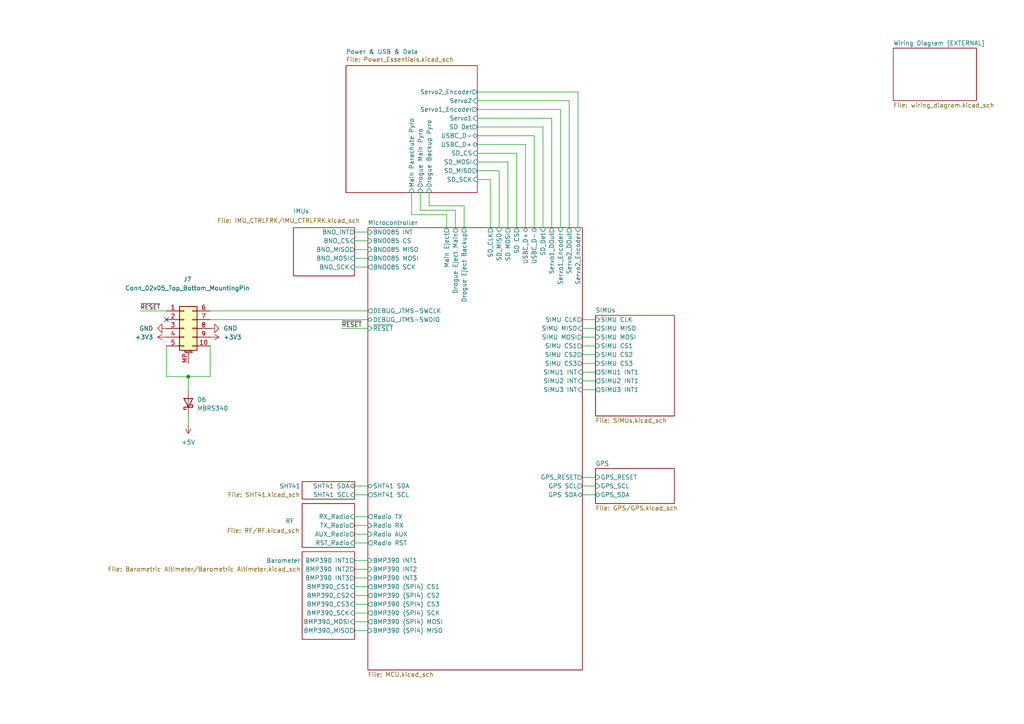
<source format=kicad_sch>
(kicad_sch (version 20250114) (generator "eeschema") (generator_version "9.0")
  (paper "A4")
  (lib_symbols
    (symbol "Connector_Generic_MountingPin:Conn_02x05_Top_Bottom_MountingPin" (pin_names (offset 1.016) (hide yes))
      (property "Reference" "J" (at 1.27 7.62 0))
      (property "Value" "Conn_02x05_Top_Bottom_MountingPin" (at 2.54 -7.62 0))
      (symbol "Conn_02x05_Top_Bottom_MountingPin_1_1"
        (rectangle (start -1.27 6.35) (end 3.81 -6.35) (stroke (width 0.254)) (fill (type background)))
        (rectangle (start -1.27 5.207) (end 0 4.953) (stroke (width 0.1524)))
        (rectangle (start -1.27 2.667) (end 0 2.413) (stroke (width 0.1524)))
        (rectangle (start -1.27 0.127) (end 0 -0.127) (stroke (width 0.1524)))
        (rectangle (start -1.27 -2.413) (end 0 -2.667) (stroke (width 0.1524)))
        (rectangle (start -1.27 -4.953) (end 0 -5.207) (stroke (width 0.1524)))
        (polyline (pts (xy 0.254 -7.112) (xy 2.286 -7.112)) (stroke (width 0.1524)))
        (rectangle (start 3.81 5.207) (end 2.54 4.953) (stroke (width 0.1524)))
        (rectangle (start 3.81 2.667) (end 2.54 2.413) (stroke (width 0.1524)))
        (rectangle (start 3.81 0.127) (end 2.54 -0.127) (stroke (width 0.1524)))
        (rectangle (start 3.81 -2.413) (end 2.54 -2.667) (stroke (width 0.1524)))
        (rectangle (start 3.81 -4.953) (end 2.54 -5.207) (stroke (width 0.1524)))
        (text "Mounting" (at 1.27 -6.731 0) (effects (font (size 0.381 0.381))))
        (pin passive line (at -5.08 5.08 0) (length 3.81) (name "Pin_1") (number "1"))
        (pin passive line (at -5.08 2.54 0) (length 3.81) (name "Pin_2") (number "2"))
        (pin passive line (at -5.08 0 0) (length 3.81) (name "Pin_3") (number "3"))
        (pin passive line (at -5.08 -2.54 0) (length 3.81) (name "Pin_4") (number "4"))
        (pin passive line (at -5.08 -5.08 0) (length 3.81) (name "Pin_5") (number "5"))
        (pin passive line (at 1.27 -10.16 90) (length 3.048) (name "MountPin") (number "MP"))
        (pin passive line (at 7.62 5.08 180) (length 3.81) (name "Pin_6") (number "6"))
        (pin passive line (at 7.62 2.54 180) (length 3.81) (name "Pin_7") (number "7"))
        (pin passive line (at 7.62 0 180) (length 3.81) (name "Pin_8") (number "8"))
        (pin passive line (at 7.62 -2.54 180) (length 3.81) (name "Pin_9") (number "9"))
        (pin passive line (at 7.62 -5.08 180) (length 3.81) (name "Pin_10") (number "10"))
      )
    )
    (symbol "Diode:MBRS340" (pin_numbers (hide yes)) (pin_names (offset 1.016) (hide yes))
      (property "Reference" "D" (at 0 2.54 0))
      (property "Value" "MBRS340" (at 0 -2.54 0))
      (symbol "MBRS340_0_1"
        (polyline (pts (xy -1.905 0.635) (xy -1.905 1.27) (xy -1.27 1.27) (xy -1.27 -1.27) (xy -0.635 -1.27) (xy -0.635 -0.635)) (stroke (width 0.254)))
        (polyline (pts (xy 1.27 1.27) (xy 1.27 -1.27) (xy -1.27 0) (xy 1.27 1.27)) (stroke (width 0.254)))
        (polyline (pts (xy 1.27 0) (xy -1.27 0)))
      )
      (symbol "MBRS340_1_1"
        (pin passive line (at -3.81 0 0) (length 2.54) (name "K") (number "1"))
        (pin passive line (at 3.81 0 180) (length 2.54) (name "A") (number "2"))
      )
    )
    (symbol "power:+3V3" (power) (pin_numbers (hide yes)) (pin_names (offset 0) (hide yes))
      (property "Value" "+3V3" (at 0 3.556 0))
      (symbol "+3V3_0_1"
        (polyline (pts (xy -0.762 1.27) (xy 0 2.54)))
        (polyline (pts (xy 0 2.54) (xy 0.762 1.27)))
        (polyline (pts (xy 0 0) (xy 0 2.54)))
      )
      (symbol "+3V3_1_1"
        (pin power_in line (at 0 0 90) (length 0) (name "~") (number "1"))
      )
    )
    (symbol "power:+5V" (power) (pin_numbers (hide yes)) (pin_names (offset 0) (hide yes))
      (property "Value" "+5V" (at 0 3.556 0))
      (symbol "+5V_0_1"
        (polyline (pts (xy -0.762 1.27) (xy 0 2.54)))
        (polyline (pts (xy 0 2.54) (xy 0.762 1.27)))
        (polyline (pts (xy 0 0) (xy 0 2.54)))
      )
      (symbol "+5V_1_1"
        (pin power_in line (at 0 0 90) (length 0) (name "~") (number "1"))
      )
    )
    (symbol "power:GND" (power) (pin_numbers (hide yes)) (pin_names (offset 0) (hide yes))
      (property "Value" "GND" (at 0 -3.81 0))
      (symbol "GND_0_1"
        (polyline (pts (xy 0 0) (xy 0 -1.27) (xy 1.27 -1.27) (xy 0 -2.54) (xy -1.27 -1.27) (xy 0 -1.27)))
      )
      (symbol "GND_1_1"
        (pin power_in line (at 0 0 270) (length 0) (name "~") (number "1"))
      )
    )
  )
  (junction (at 54.61 109.22))
  (no_connect (at 48.26 92.71))
  (wire (pts (xy 168.91 97.79) (xy 172.72 97.79)))
  (wire (pts (xy 102.87 177.8) (xy 106.68 177.8)))
  (wire (pts (xy 102.87 175.26) (xy 106.68 175.26)))
  (wire (pts (xy 138.43 46.99) (xy 147.32 46.99)))
  (wire (pts (xy 157.48 66.04) (xy 157.48 36.83)))
  (wire (pts (xy 102.87 149.86) (xy 106.68 149.86)))
  (wire (pts (xy 124.46 55.88) (xy 124.46 59.69)))
  (wire (pts (xy 121.92 60.96) (xy 132.08 60.96)))
  (wire (pts (xy 102.87 140.97) (xy 106.68 140.97)))
  (wire (pts (xy 102.87 152.4) (xy 106.68 152.4)))
  (wire (pts (xy 162.56 31.75) (xy 138.43 31.75)))
  (wire (pts (xy 138.43 44.45) (xy 149.86 44.45)))
  (wire (pts (xy 167.64 26.67) (xy 138.43 26.67)))
  (wire (pts (xy 168.91 107.95) (xy 172.72 107.95)))
  (wire (pts (xy 149.86 44.45) (xy 149.86 66.04)))
  (wire (pts (xy 138.43 52.07) (xy 142.24 52.07)))
  (wire (pts (xy 102.87 69.85) (xy 106.68 69.85)))
  (wire (pts (xy 138.43 49.53) (xy 144.78 49.53)))
  (wire (pts (xy 168.91 92.71) (xy 172.72 92.71)))
  (wire (pts (xy 102.87 72.39) (xy 106.68 72.39)))
  (wire (pts (xy 54.61 120.65) (xy 54.61 123.19)))
  (wire (pts (xy 168.91 105.41) (xy 172.72 105.41)))
  (wire (pts (xy 165.1 29.21) (xy 138.43 29.21)))
  (wire (pts (xy 48.26 100.33) (xy 48.26 109.22)))
  (wire (pts (xy 102.87 180.34) (xy 106.68 180.34)))
  (wire (pts (xy 160.02 34.29) (xy 160.02 66.04)))
  (wire (pts (xy 121.92 55.88) (xy 121.92 60.96)))
  (wire (pts (xy 60.96 92.71) (xy 106.68 92.71)))
  (wire (pts (xy 102.87 67.31) (xy 106.68 67.31)))
  (wire (pts (xy 168.91 95.25) (xy 172.72 95.25)))
  (wire (pts (xy 102.87 157.48) (xy 106.68 157.48)))
  (wire (pts (xy 102.87 172.72) (xy 106.68 172.72)))
  (wire (pts (xy 157.48 36.83) (xy 138.43 36.83)))
  (wire (pts (xy 168.91 113.03) (xy 172.72 113.03)))
  (wire (pts (xy 168.91 143.51) (xy 172.72 143.51)))
  (wire (pts (xy 99.06 95.25) (xy 106.68 95.25)))
  (wire (pts (xy 119.38 62.23) (xy 129.54 62.23)))
  (wire (pts (xy 168.91 102.87) (xy 172.72 102.87)))
  (wire (pts (xy 102.87 167.64) (xy 106.68 167.64)))
  (wire (pts (xy 124.46 59.69) (xy 134.62 59.69)))
  (wire (pts (xy 168.91 138.43) (xy 172.72 138.43)))
  (wire (pts (xy 147.32 46.99) (xy 147.32 66.04)))
  (wire (pts (xy 138.43 39.37) (xy 154.94 39.37)))
  (wire (pts (xy 132.08 60.96) (xy 132.08 66.04)))
  (wire (pts (xy 134.62 59.69) (xy 134.62 66.04)))
  (wire (pts (xy 168.91 140.97) (xy 172.72 140.97)))
  (wire (pts (xy 129.54 62.23) (xy 129.54 66.04)))
  (wire (pts (xy 40.64 90.17) (xy 48.26 90.17)))
  (wire (pts (xy 102.87 170.18) (xy 106.68 170.18)))
  (wire (pts (xy 142.24 52.07) (xy 142.24 66.04)))
  (wire (pts (xy 60.96 90.17) (xy 106.68 90.17)))
  (wire (pts (xy 167.64 66.04) (xy 167.64 26.67)))
  (wire (pts (xy 102.87 77.47) (xy 106.68 77.47)))
  (wire (pts (xy 162.56 66.04) (xy 162.56 31.75)))
  (wire (pts (xy 54.61 109.22) (xy 54.61 113.03)))
  (wire (pts (xy 138.43 41.91) (xy 152.4 41.91)))
  (wire (pts (xy 144.78 49.53) (xy 144.78 66.04)))
  (wire (pts (xy 102.87 74.93) (xy 106.68 74.93)))
  (wire (pts (xy 152.4 66.04) (xy 152.4 41.91)))
  (wire (pts (xy 60.96 100.33) (xy 60.96 109.22)))
  (wire (pts (xy 102.87 143.51) (xy 106.68 143.51)))
  (wire (pts (xy 154.94 39.37) (xy 154.94 66.04)))
  (wire (pts (xy 102.87 162.56) (xy 106.68 162.56)))
  (wire (pts (xy 102.87 165.1) (xy 106.68 165.1)))
  (wire (pts (xy 54.61 109.22) (xy 60.96 109.22)))
  (wire (pts (xy 165.1 66.04) (xy 165.1 29.21)))
  (wire (pts (xy 119.38 55.88) (xy 119.38 62.23)))
  (wire (pts (xy 102.87 154.94) (xy 106.68 154.94)))
  (wire (pts (xy 102.87 182.88) (xy 106.68 182.88)))
  (wire (pts (xy 48.26 109.22) (xy 54.61 109.22)))
  (wire (pts (xy 168.91 110.49) (xy 172.72 110.49)))
  (wire (pts (xy 138.43 34.29) (xy 160.02 34.29)))
  (wire (pts (xy 168.91 100.33) (xy 172.72 100.33)))
  (label "~{RESET}" (at 99.06 95.25 0))
  (label "~{RESET}" (at 40.64 90.17 0))
  (symbol (lib_id "power:GND") (at 48.26 95.25 270) (mirror x) (unit 1)
    (property "Reference" "#PWR072" (effects (hide yes)))
    (property "Value" "GND" (at 44.45 95.2499 90) (effects (justify right)))
    (property "Description" "Power symbol creates a global label with name \"GND\" , ground" (effects (hide yes)))
  )
  (symbol (lib_id "power:+3V3") (at 60.96 97.79 270) (unit 1)
    (property "Reference" "#PWR069" (effects (hide yes)))
    (property "Value" "+3V3" (at 64.77 97.7899 90) (effects (justify left)))
    (property "Description" "Power symbol creates a global label with name \"+3V3\"" (effects (hide yes)))
  )
  (symbol (lib_id "power:+3V3") (at 48.26 97.79 90) (mirror x) (unit 1)
    (property "Reference" "#PWR070" (effects (hide yes)))
    (property "Value" "+3V3" (at 44.45 97.7899 90) (effects (justify left)))
    (property "Description" "Power symbol creates a global label with name \"+3V3\"" (effects (hide yes)))
  )
  (symbol (lib_id "power:GND") (at 60.96 95.25 90) (unit 1)
    (property "Reference" "#PWR071" (effects (hide yes)))
    (property "Value" "GND" (at 64.77 95.2499 90) (effects (justify right)))
    (property "Description" "Power symbol creates a global label with name \"GND\" , ground" (effects (hide yes)))
  )
  (symbol (lib_id "power:+5V") (at 54.61 123.19 0) (mirror x) (unit 1)
    (property "Reference" "#PWR050" (effects (hide yes)))
    (property "Value" "+5V" (at 54.61 128.27 0))
    (property "Description" "Power symbol creates a global label with name \"+5V\"" (effects (hide yes)))
  )
  (symbol (lib_id "Diode:MBRS340") (at 54.61 116.84 90) (unit 1)
    (property "Reference" "D6" (at 57.15 115.8874 90) (effects (justify right)))
    (property "Value" "MBRS340" (at 57.15 118.4274 90) (effects (justify right)))
    (property "Footprint" "Diode_SMD:D_SMC" (effects (hide yes)))
    (property "Datasheet" "https://www.onsemi.com/download/data-sheet/pdf/mbrs340t3-d.pdf" (effects (hide yes)))
    (property "Description" "40V 3A Schottky Barrier Rectifier Diode, SMC (DO-214AB)" (effects (hide yes)))
  )
  (symbol (lib_id "Connector_Generic_MountingPin:Conn_02x05_Top_Bottom_MountingPin") (at 53.34 95.25 0) (unit 1)
    (property "Reference" "J7" (at 54.356 81.026 0))
    (property "Value" "Conn_02x05_Top_Bottom_MountingPin" (at 54.356 83.566 0))
    (property "Footprint" "Connector_IDC:IDC-Header_2x05_P2.54mm_Horizontal" (effects (hide yes)))
    (property "Description" "Generic connectable mounting pin connector, double row, 02x05, top/bottom pin numbering scheme (row 1: 1...pins_per_row, row2: pins_per_row+1 ... num_pins), script generated (kicad-library-utils/schlib/autogen/connector/)" (effects (hide yes)))
  )
  (sheet (at 100.33 19.05) (size 38.1 36.83) (stroke (width 0.1524))
    (property "Sheetname" "Power & USB & Data" (at 100.33 15.748 0) (effects (justify left bottom)))
    (property "Sheetfile" "Power_Essentials.kicad_sch" (at 100.33 16.51 0) (effects (justify left top)))
    (pin "USBC_D+" bidirectional (at 138.43 41.91 0))
    (pin "USBC_D-" bidirectional (at 138.43 39.37 0))
    (pin "SD_CS" input (at 138.43 44.45 0))
    (pin "SD_MISO" output (at 138.43 49.53 0))
    (pin "SD_MOSI" input (at 138.43 46.99 0))
    (pin "SD_SCK" input (at 138.43 52.07 0))
    (pin "Drogue Backup Pyro" input (at 124.46 55.88 270))
    (pin "Drogue Main Pyro" input (at 121.92 55.88 270))
    (pin "Main Parachute Pyro" input (at 119.38 55.88 270))
    (pin "SD Det" output (at 138.43 36.83 0))
    (pin "Servo1" input (at 138.43 34.29 0))
    (pin "Servo1_Encoder" output (at 138.43 31.75 0))
    (pin "Servo2" input (at 138.43 29.21 0))
    (pin "Servo2_Encoder" output (at 138.43 26.67 0))
  )
  (sheet (at 106.68 66.04) (size 62.23 128.27) (stroke (width 0.1524))
    (property "Sheetname" "Microcontroller" (at 106.68 65.3284 0) (effects (justify left bottom)))
    (property "Sheetfile" "MCU.kicad_sch" (at 106.68 194.8946 0) (effects (justify left top)))
    (pin "SD_CLK" output (at 142.24 66.04 90))
    (pin "SD_MISO" input (at 144.78 66.04 90))
    (pin "USBC_D-" bidirectional (at 154.94 66.04 90))
    (pin "USBC_D+" bidirectional (at 152.4 66.04 90))
    (pin "GPS_RESET" output (at 168.91 138.43 0))
    (pin "BMP390 (SPI4) CS1" output (at 106.68 170.18 180))
    (pin "BMP390 (SPI4) CS2" output (at 106.68 172.72 180))
    (pin "BMP390 (SPI4) CS3" output (at 106.68 175.26 180))
    (pin "BNO085 CS" input (at 106.68 69.85 180))
    (pin "BNO085 SCK" output (at 106.68 77.47 180))
    (pin "GPS SCL" output (at 168.91 140.97 0))
    (pin "GPS SDA" bidirectional (at 168.91 143.51 0))
    (pin "Radio RX" input (at 106.68 152.4 180))
    (pin "Radio TX" output (at 106.68 149.86 180))
    (pin "Drogue Eject Backup" output (at 134.62 66.04 90))
    (pin "Drogue Eject Main" output (at 132.08 66.04 90))
    (pin "Main Eject" output (at 129.54 66.04 90))
    (pin "BMP390 (SPI4) MISO" input (at 106.68 182.88 180))
    (pin "BMP390 (SPI4) MOSI" output (at 106.68 180.34 180))
    (pin "BMP390 (SPI4) SCK" output (at 106.68 177.8 180))
    (pin "BNO085 INT" input (at 106.68 67.31 180))
    (pin "Radio AUX" input (at 106.68 154.94 180))
    (pin "Radio RST" output (at 106.68 157.48 180))
    (pin "SD CS" output (at 149.86 66.04 90))
    (pin "SD MOSI" output (at 147.32 66.04 90))
    (pin "SHT41 SCL" output (at 106.68 143.51 180))
    (pin "SHT41 SDA" bidirectional (at 106.68 140.97 180))
    (pin "SIMU CLK" output (at 168.91 92.71 0))
    (pin "SIMU CS1" output (at 168.91 100.33 0))
    (pin "SIMU CS2" output (at 168.91 102.87 0))
    (pin "SIMU CS3" output (at 168.91 105.41 0))
    (pin "SIMU MISO" input (at 168.91 95.25 0))
    (pin "SIMU MOSI" output (at 168.91 97.79 0))
    (pin "SIMU1 INT" input (at 168.91 107.95 0))
    (pin "SIMU2 INT" input (at 168.91 110.49 0))
    (pin "SIMU3 INT" input (at 168.91 113.03 0))
    (pin "BNO085 MISO" input (at 106.68 72.39 180))
    (pin "BMP390 INT1" input (at 106.68 162.56 180))
    (pin "BMP390 INT2" input (at 106.68 165.1 180))
    (pin "BMP390 INT3" input (at 106.68 167.64 180))
    (pin "SD_Det" input (at 157.48 66.04 90))
    (pin "Servo1_DOut" output (at 160.02 66.04 90))
    (pin "Servo1_Encoder" input (at 162.56 66.04 90))
    (pin "Servo2_DOut" output (at 165.1 66.04 90))
    (pin "Servo2_Encoder" input (at 167.64 66.04 90))
    (pin "BNO085 MOSI" output (at 106.68 74.93 180))
    (pin "DEBUG_JTMS-SWCLK" output (at 106.68 90.17 180))
    (pin "DEBUG_JTMS-SWDIO" bidirectional (at 106.68 92.71 180))
    (pin "~{RESET}" input (at 106.68 95.25 180))
  )
  (sheet (at 87.63 139.7) (size 15.24 5.08) (stroke (width 0.1524))
    (property "Sheetname" "SHT41" (at 81.026 141.732 0) (effects (justify left bottom)))
    (property "Sheetfile" "SHT41.kicad_sch" (at 66.04 142.748 0) (effects (justify left top)))
    (pin "SHT41 SCL" input (at 102.87 143.51 0))
    (pin "SHT41 SDA" bidirectional (at 102.87 140.97 0))
  )
  (sheet (at 87.63 160.02) (size 15.24 25.4) (stroke (width 0.1524))
    (property "Sheetname" "Barometer" (at 77.216 163.322 0) (effects (justify left bottom)))
    (property "Sheetfile" "Barometric Altimeter/Barometric Altimeter.kicad_sch" (at 31.242 164.338 0) (effects (justify left top)))
    (pin "BMP390_CS1" input (at 102.87 170.18 0))
    (pin "BMP390_CS2" input (at 102.87 172.72 0))
    (pin "BMP390_CS3" input (at 102.87 175.26 0))
    (pin "BMP390_MISO" output (at 102.87 182.88 0))
    (pin "BMP390_MOSI" input (at 102.87 180.34 0))
    (pin "BMP390_SCK" input (at 102.87 177.8 0))
    (pin "BMP390 INT1" output (at 102.87 162.56 0))
    (pin "BMP390 INT2" output (at 102.87 165.1 0))
    (pin "BMP390 INT3" output (at 102.87 167.64 0))
  )
  (sheet (at 85.09 66.04) (size 17.78 13.97) (stroke (width 0.1524))
    (property "Sheetname" "IMUs" (at 85.09 61.976 0) (effects (justify left bottom)))
    (property "Sheetfile" "IMU_CTRLFRK/IMU_CTRLFRK.kicad_sch" (at 62.992 63.246 0) (effects (justify left top)))
    (pin "BNO_CS" input (at 102.87 69.85 0))
    (pin "BNO_INT" output (at 102.87 67.31 0))
    (pin "BNO_MISO" output (at 102.87 72.39 0))
    (pin "BNO_MOSI" input (at 102.87 74.93 0))
    (pin "BNO_SCK" input (at 102.87 77.47 0))
  )
  (sheet (at 172.72 135.89) (size 22.86 10.16) (stroke (width 0.1524))
    (property "Sheetname" "GPS" (at 172.72 135.1784 0) (effects (justify left bottom)))
    (property "Sheetfile" "GPS/GPS.kicad_sch" (at 172.72 146.6346 0) (effects (justify left top)))
    (pin "GPS_RESET" input (at 172.72 138.43 180))
    (pin "GPS_SCL" input (at 172.72 140.97 180))
    (pin "GPS_SDA" bidirectional (at 172.72 143.51 180))
  )
  (sheet (at 259.08 13.97) (size 24.13 15.24) (stroke (width 0.1524))
    (property "Sheetname" "Wiring Diagram [EXTERNAL]" (at 259.08 13.2584 0) (effects (justify left bottom)))
    (property "Sheetfile" "wiring_diagram.kicad_sch" (at 259.08 29.7946 0) (effects (justify left top)))
  )
  (sheet (at 87.63 146.05) (size 15.24 12.7) (stroke (width 0.1524))
    (property "Sheetname" "RF" (at 82.804 151.892 0) (effects (justify left bottom)))
    (property "Sheetfile" "RF/RF.kicad_sch" (at 65.786 153.162 0) (effects (justify left top)))
    (pin "RST_Radio" input (at 102.87 157.48 0))
    (pin "AUX_Radio" output (at 102.87 154.94 0))
    (pin "RX_Radio" input (at 102.87 149.86 0))
    (pin "TX_Radio" output (at 102.87 152.4 0))
  )
  (sheet (at 172.72 91.44) (size 22.86 29.21) (stroke (width 0.1524))
    (property "Sheetname" "SIMUs" (at 172.72 90.7284 0) (effects (justify left bottom)))
    (property "Sheetfile" "SIMUs.kicad_sch" (at 172.72 121.2346 0) (effects (justify left top)))
    (pin "SIMU CLK" input (at 172.72 92.71 180))
    (pin "SIMU CS1" input (at 172.72 100.33 180))
    (pin "SIMU CS2" input (at 172.72 102.87 180))
    (pin "SIMU CS3" input (at 172.72 105.41 180))
    (pin "SIMU MISO" output (at 172.72 95.25 180))
    (pin "SIMU MOSI" input (at 172.72 97.79 180))
    (pin "SIMU1 INT1" output (at 172.72 107.95 180))
    (pin "SIMU2 INT1" output (at 172.72 110.49 180))
    (pin "SIMU3 INT1" output (at 172.72 113.03 180))
  )
)
</source>
